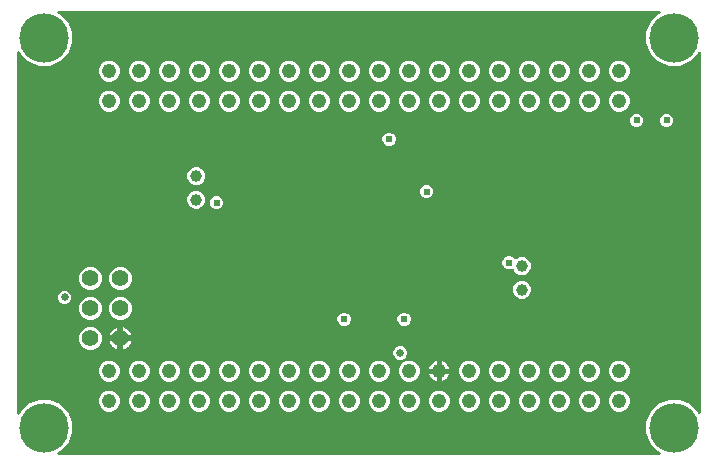
<source format=gbr>
G04 EAGLE Gerber RS-274X export*
G75*
%MOMM*%
%FSLAX34Y34*%
%LPD*%
%INCopper Layer 15*%
%IPPOS*%
%AMOC8*
5,1,8,0,0,1.08239X$1,22.5*%
G01*
%ADD10C,1.004800*%
%ADD11C,0.990600*%
%ADD12C,4.191000*%
%ADD13C,1.244600*%
%ADD14C,1.400000*%
%ADD15C,0.609600*%
%ADD16C,0.654800*%

G36*
X-164922Y27949D02*
X-164922Y27949D01*
X-164852Y27948D01*
X-164765Y27969D01*
X-164675Y27981D01*
X-164611Y28006D01*
X-164543Y28023D01*
X-164463Y28065D01*
X-164380Y28098D01*
X-164323Y28139D01*
X-164262Y28171D01*
X-164195Y28232D01*
X-164122Y28284D01*
X-164078Y28338D01*
X-164026Y28385D01*
X-163977Y28460D01*
X-163920Y28529D01*
X-163890Y28593D01*
X-163852Y28651D01*
X-163822Y28736D01*
X-163784Y28817D01*
X-163771Y28886D01*
X-163748Y28952D01*
X-163741Y29041D01*
X-163724Y29129D01*
X-163729Y29199D01*
X-163723Y29269D01*
X-163739Y29357D01*
X-163744Y29447D01*
X-163766Y29513D01*
X-163778Y29582D01*
X-163814Y29664D01*
X-163842Y29749D01*
X-163879Y29808D01*
X-163908Y29872D01*
X-163964Y29942D01*
X-164012Y30018D01*
X-164063Y30066D01*
X-164107Y30120D01*
X-164178Y30175D01*
X-164244Y30236D01*
X-164305Y30270D01*
X-164361Y30312D01*
X-164505Y30383D01*
X-165709Y30881D01*
X-172319Y37491D01*
X-175896Y46126D01*
X-175896Y55474D01*
X-172319Y64109D01*
X-165709Y70719D01*
X-157074Y74296D01*
X-147726Y74296D01*
X-139091Y70719D01*
X-132481Y64109D01*
X-132183Y63388D01*
X-132148Y63327D01*
X-132122Y63263D01*
X-132070Y63190D01*
X-132025Y63112D01*
X-131977Y63062D01*
X-131936Y63005D01*
X-131866Y62948D01*
X-131804Y62883D01*
X-131744Y62847D01*
X-131691Y62802D01*
X-131609Y62764D01*
X-131533Y62717D01*
X-131466Y62697D01*
X-131403Y62667D01*
X-131315Y62650D01*
X-131229Y62624D01*
X-131159Y62620D01*
X-131090Y62607D01*
X-131001Y62613D01*
X-130911Y62608D01*
X-130843Y62623D01*
X-130773Y62627D01*
X-130688Y62655D01*
X-130600Y62673D01*
X-130537Y62703D01*
X-130471Y62725D01*
X-130395Y62773D01*
X-130314Y62812D01*
X-130261Y62858D01*
X-130202Y62895D01*
X-130140Y62961D01*
X-130072Y63019D01*
X-130032Y63076D01*
X-129984Y63127D01*
X-129941Y63205D01*
X-129889Y63279D01*
X-129864Y63344D01*
X-129830Y63405D01*
X-129808Y63492D01*
X-129776Y63576D01*
X-129768Y63646D01*
X-129751Y63713D01*
X-129741Y63874D01*
X-129741Y367926D01*
X-129749Y367995D01*
X-129748Y368065D01*
X-129769Y368153D01*
X-129781Y368242D01*
X-129806Y368307D01*
X-129823Y368374D01*
X-129865Y368454D01*
X-129898Y368537D01*
X-129939Y368594D01*
X-129971Y368656D01*
X-130032Y368722D01*
X-130084Y368795D01*
X-130138Y368839D01*
X-130185Y368891D01*
X-130260Y368940D01*
X-130329Y368998D01*
X-130393Y369027D01*
X-130451Y369066D01*
X-130536Y369095D01*
X-130617Y369133D01*
X-130686Y369146D01*
X-130752Y369169D01*
X-130841Y369176D01*
X-130929Y369193D01*
X-130999Y369188D01*
X-131069Y369194D01*
X-131157Y369179D01*
X-131247Y369173D01*
X-131313Y369152D01*
X-131382Y369140D01*
X-131464Y369103D01*
X-131549Y369075D01*
X-131608Y369038D01*
X-131672Y369009D01*
X-131742Y368953D01*
X-131818Y368905D01*
X-131866Y368854D01*
X-131920Y368810D01*
X-131974Y368739D01*
X-132036Y368673D01*
X-132070Y368612D01*
X-132112Y368556D01*
X-132183Y368412D01*
X-132481Y367691D01*
X-139091Y361081D01*
X-147726Y357504D01*
X-157074Y357504D01*
X-165709Y361081D01*
X-172319Y367691D01*
X-175896Y376326D01*
X-175896Y385674D01*
X-172319Y394309D01*
X-165709Y400919D01*
X-164505Y401417D01*
X-164445Y401452D01*
X-164380Y401478D01*
X-164307Y401530D01*
X-164229Y401575D01*
X-164179Y401623D01*
X-164122Y401664D01*
X-164065Y401734D01*
X-164001Y401796D01*
X-163964Y401856D01*
X-163920Y401909D01*
X-163881Y401991D01*
X-163834Y402067D01*
X-163814Y402134D01*
X-163784Y402197D01*
X-163767Y402285D01*
X-163741Y402371D01*
X-163737Y402441D01*
X-163724Y402510D01*
X-163730Y402599D01*
X-163726Y402689D01*
X-163740Y402757D01*
X-163744Y402827D01*
X-163772Y402912D01*
X-163790Y403000D01*
X-163821Y403063D01*
X-163842Y403129D01*
X-163890Y403205D01*
X-163930Y403286D01*
X-163975Y403339D01*
X-164012Y403398D01*
X-164078Y403460D01*
X-164136Y403528D01*
X-164193Y403568D01*
X-164244Y403616D01*
X-164323Y403659D01*
X-164396Y403711D01*
X-164461Y403736D01*
X-164522Y403770D01*
X-164609Y403792D01*
X-164693Y403824D01*
X-164763Y403832D01*
X-164830Y403849D01*
X-164991Y403859D01*
X-673209Y403859D01*
X-673278Y403851D01*
X-673348Y403852D01*
X-673435Y403831D01*
X-673525Y403819D01*
X-673589Y403794D01*
X-673657Y403777D01*
X-673737Y403735D01*
X-673820Y403702D01*
X-673877Y403661D01*
X-673938Y403629D01*
X-674005Y403568D01*
X-674078Y403516D01*
X-674122Y403462D01*
X-674174Y403415D01*
X-674223Y403340D01*
X-674280Y403271D01*
X-674310Y403207D01*
X-674348Y403149D01*
X-674378Y403064D01*
X-674416Y402983D01*
X-674429Y402914D01*
X-674452Y402848D01*
X-674459Y402759D01*
X-674476Y402671D01*
X-674471Y402601D01*
X-674477Y402531D01*
X-674461Y402443D01*
X-674456Y402353D01*
X-674434Y402287D01*
X-674422Y402218D01*
X-674386Y402136D01*
X-674358Y402051D01*
X-674321Y401992D01*
X-674292Y401928D01*
X-674236Y401858D01*
X-674188Y401782D01*
X-674137Y401734D01*
X-674093Y401680D01*
X-674022Y401625D01*
X-673956Y401564D01*
X-673895Y401530D01*
X-673839Y401488D01*
X-673695Y401417D01*
X-672491Y400919D01*
X-665881Y394309D01*
X-662304Y385674D01*
X-662304Y376326D01*
X-665881Y367691D01*
X-672491Y361081D01*
X-681126Y357504D01*
X-690474Y357504D01*
X-699109Y361081D01*
X-705719Y367691D01*
X-706217Y368895D01*
X-706252Y368955D01*
X-706278Y369020D01*
X-706330Y369093D01*
X-706375Y369171D01*
X-706423Y369221D01*
X-706464Y369278D01*
X-706534Y369335D01*
X-706596Y369399D01*
X-706656Y369436D01*
X-706709Y369480D01*
X-706791Y369519D01*
X-706867Y369566D01*
X-706934Y369586D01*
X-706997Y369616D01*
X-707085Y369633D01*
X-707171Y369659D01*
X-707241Y369663D01*
X-707310Y369676D01*
X-707399Y369670D01*
X-707489Y369674D01*
X-707557Y369660D01*
X-707627Y369656D01*
X-707712Y369628D01*
X-707800Y369610D01*
X-707863Y369579D01*
X-707929Y369558D01*
X-708005Y369510D01*
X-708086Y369470D01*
X-708139Y369425D01*
X-708198Y369388D01*
X-708260Y369322D01*
X-708328Y369264D01*
X-708368Y369207D01*
X-708416Y369156D01*
X-708459Y369077D01*
X-708511Y369004D01*
X-708536Y368939D01*
X-708570Y368878D01*
X-708592Y368791D01*
X-708624Y368707D01*
X-708632Y368637D01*
X-708649Y368570D01*
X-708659Y368409D01*
X-708659Y63391D01*
X-708651Y63322D01*
X-708652Y63252D01*
X-708631Y63165D01*
X-708619Y63076D01*
X-708594Y63011D01*
X-708577Y62943D01*
X-708535Y62863D01*
X-708502Y62780D01*
X-708461Y62723D01*
X-708429Y62662D01*
X-708368Y62595D01*
X-708316Y62522D01*
X-708262Y62478D01*
X-708215Y62426D01*
X-708140Y62377D01*
X-708071Y62320D01*
X-708007Y62290D01*
X-707949Y62252D01*
X-707864Y62222D01*
X-707783Y62184D01*
X-707714Y62171D01*
X-707648Y62148D01*
X-707559Y62141D01*
X-707471Y62124D01*
X-707401Y62129D01*
X-707331Y62123D01*
X-707243Y62139D01*
X-707153Y62144D01*
X-707087Y62166D01*
X-707018Y62178D01*
X-706936Y62214D01*
X-706851Y62242D01*
X-706792Y62279D01*
X-706728Y62308D01*
X-706658Y62364D01*
X-706582Y62412D01*
X-706534Y62463D01*
X-706480Y62507D01*
X-706425Y62579D01*
X-706364Y62644D01*
X-706330Y62705D01*
X-706288Y62761D01*
X-706217Y62905D01*
X-705719Y64109D01*
X-699109Y70719D01*
X-690474Y74296D01*
X-681126Y74296D01*
X-672491Y70719D01*
X-665881Y64109D01*
X-662304Y55474D01*
X-662304Y46126D01*
X-665881Y37491D01*
X-672491Y30881D01*
X-673695Y30383D01*
X-673755Y30348D01*
X-673820Y30322D01*
X-673893Y30270D01*
X-673971Y30225D01*
X-674021Y30177D01*
X-674078Y30136D01*
X-674135Y30066D01*
X-674199Y30004D01*
X-674236Y29944D01*
X-674280Y29891D01*
X-674319Y29809D01*
X-674366Y29733D01*
X-674386Y29666D01*
X-674416Y29603D01*
X-674433Y29515D01*
X-674459Y29429D01*
X-674463Y29359D01*
X-674476Y29290D01*
X-674470Y29201D01*
X-674474Y29111D01*
X-674460Y29043D01*
X-674456Y28973D01*
X-674428Y28888D01*
X-674410Y28800D01*
X-674379Y28737D01*
X-674358Y28671D01*
X-674310Y28595D01*
X-674270Y28514D01*
X-674225Y28461D01*
X-674188Y28402D01*
X-674122Y28340D01*
X-674064Y28272D01*
X-674007Y28232D01*
X-673956Y28184D01*
X-673877Y28141D01*
X-673804Y28089D01*
X-673739Y28064D01*
X-673678Y28030D01*
X-673591Y28008D01*
X-673507Y27976D01*
X-673437Y27968D01*
X-673370Y27951D01*
X-673209Y27941D01*
X-164991Y27941D01*
X-164922Y27949D01*
G37*
%LPC*%
G36*
X-623055Y142478D02*
X-623055Y142478D01*
X-626561Y143931D01*
X-629245Y146615D01*
X-630698Y150121D01*
X-630698Y153917D01*
X-629245Y157423D01*
X-626561Y160107D01*
X-623055Y161560D01*
X-619259Y161560D01*
X-615753Y160107D01*
X-613069Y157423D01*
X-611616Y153917D01*
X-611616Y150121D01*
X-613069Y146615D01*
X-615753Y143931D01*
X-619259Y142478D01*
X-623055Y142478D01*
G37*
%LPD*%
%LPC*%
G36*
X-648455Y142478D02*
X-648455Y142478D01*
X-651961Y143931D01*
X-654645Y146615D01*
X-656098Y150121D01*
X-656098Y153917D01*
X-654645Y157423D01*
X-651961Y160107D01*
X-648455Y161560D01*
X-644659Y161560D01*
X-641153Y160107D01*
X-638469Y157423D01*
X-637016Y153917D01*
X-637016Y150121D01*
X-638469Y146615D01*
X-641153Y143931D01*
X-644659Y142478D01*
X-648455Y142478D01*
G37*
%LPD*%
%LPC*%
G36*
X-623055Y167878D02*
X-623055Y167878D01*
X-626561Y169331D01*
X-629245Y172015D01*
X-630698Y175521D01*
X-630698Y179317D01*
X-629245Y182823D01*
X-626561Y185507D01*
X-623055Y186960D01*
X-619259Y186960D01*
X-615753Y185507D01*
X-613069Y182823D01*
X-611616Y179317D01*
X-611616Y175521D01*
X-613069Y172015D01*
X-615753Y169331D01*
X-619259Y167878D01*
X-623055Y167878D01*
G37*
%LPD*%
%LPC*%
G36*
X-648455Y167878D02*
X-648455Y167878D01*
X-651961Y169331D01*
X-654645Y172015D01*
X-656098Y175521D01*
X-656098Y179317D01*
X-654645Y182823D01*
X-651961Y185507D01*
X-648455Y186960D01*
X-644659Y186960D01*
X-641153Y185507D01*
X-638469Y182823D01*
X-637016Y179317D01*
X-637016Y175521D01*
X-638469Y172015D01*
X-641153Y169331D01*
X-644659Y167878D01*
X-648455Y167878D01*
G37*
%LPD*%
%LPC*%
G36*
X-648455Y117078D02*
X-648455Y117078D01*
X-651961Y118531D01*
X-654645Y121215D01*
X-656098Y124721D01*
X-656098Y128517D01*
X-654645Y132023D01*
X-651961Y134707D01*
X-648455Y136160D01*
X-644659Y136160D01*
X-641153Y134707D01*
X-638469Y132023D01*
X-637016Y128517D01*
X-637016Y124721D01*
X-638469Y121215D01*
X-641153Y118531D01*
X-644659Y117078D01*
X-648455Y117078D01*
G37*
%LPD*%
%LPC*%
G36*
X-282805Y180235D02*
X-282805Y180235D01*
X-285585Y181387D01*
X-287713Y183515D01*
X-288201Y184692D01*
X-288260Y184796D01*
X-288312Y184902D01*
X-288338Y184933D01*
X-288358Y184968D01*
X-288441Y185054D01*
X-288518Y185144D01*
X-288551Y185168D01*
X-288579Y185197D01*
X-288681Y185259D01*
X-288778Y185328D01*
X-288816Y185342D01*
X-288851Y185363D01*
X-288964Y185398D01*
X-289076Y185440D01*
X-289116Y185445D01*
X-289155Y185457D01*
X-289273Y185462D01*
X-289392Y185476D01*
X-289432Y185470D01*
X-289472Y185472D01*
X-289589Y185448D01*
X-289707Y185431D01*
X-289764Y185412D01*
X-289784Y185408D01*
X-289802Y185399D01*
X-289859Y185379D01*
X-290988Y184911D01*
X-293212Y184911D01*
X-295266Y185762D01*
X-296838Y187334D01*
X-297689Y189388D01*
X-297689Y191612D01*
X-296838Y193666D01*
X-295266Y195238D01*
X-293212Y196089D01*
X-290988Y196089D01*
X-288934Y195238D01*
X-287645Y193948D01*
X-287551Y193875D01*
X-287461Y193797D01*
X-287425Y193778D01*
X-287393Y193753D01*
X-287284Y193706D01*
X-287178Y193652D01*
X-287139Y193643D01*
X-287102Y193627D01*
X-286984Y193608D01*
X-286868Y193582D01*
X-286828Y193584D01*
X-286788Y193577D01*
X-286669Y193588D01*
X-286550Y193592D01*
X-286511Y193603D01*
X-286471Y193607D01*
X-286359Y193647D01*
X-286244Y193680D01*
X-286210Y193701D01*
X-286172Y193715D01*
X-286073Y193781D01*
X-285971Y193842D01*
X-285925Y193882D01*
X-285908Y193893D01*
X-285895Y193909D01*
X-285850Y193948D01*
X-285585Y194213D01*
X-282805Y195365D01*
X-279795Y195365D01*
X-277015Y194213D01*
X-274887Y192085D01*
X-273735Y189305D01*
X-273735Y186295D01*
X-274887Y183515D01*
X-277015Y181387D01*
X-279795Y180235D01*
X-282805Y180235D01*
G37*
%LPD*%
%LPC*%
G36*
X-403743Y344036D02*
X-403743Y344036D01*
X-406964Y345370D01*
X-409430Y347836D01*
X-410764Y351057D01*
X-410764Y354543D01*
X-409430Y357764D01*
X-406964Y360230D01*
X-403743Y361564D01*
X-400257Y361564D01*
X-397036Y360230D01*
X-394570Y357764D01*
X-393236Y354543D01*
X-393236Y351057D01*
X-394570Y347836D01*
X-397036Y345370D01*
X-400257Y344036D01*
X-403743Y344036D01*
G37*
%LPD*%
%LPC*%
G36*
X-429143Y344036D02*
X-429143Y344036D01*
X-432364Y345370D01*
X-434830Y347836D01*
X-436164Y351057D01*
X-436164Y354543D01*
X-434830Y357764D01*
X-432364Y360230D01*
X-429143Y361564D01*
X-425657Y361564D01*
X-422436Y360230D01*
X-419970Y357764D01*
X-418636Y354543D01*
X-418636Y351057D01*
X-419970Y347836D01*
X-422436Y345370D01*
X-425657Y344036D01*
X-429143Y344036D01*
G37*
%LPD*%
%LPC*%
G36*
X-581543Y344036D02*
X-581543Y344036D01*
X-584764Y345370D01*
X-587230Y347836D01*
X-588564Y351057D01*
X-588564Y354543D01*
X-587230Y357764D01*
X-584764Y360230D01*
X-581543Y361564D01*
X-578057Y361564D01*
X-574836Y360230D01*
X-572370Y357764D01*
X-571036Y354543D01*
X-571036Y351057D01*
X-572370Y347836D01*
X-574836Y345370D01*
X-578057Y344036D01*
X-581543Y344036D01*
G37*
%LPD*%
%LPC*%
G36*
X-454543Y344036D02*
X-454543Y344036D01*
X-457764Y345370D01*
X-460230Y347836D01*
X-461564Y351057D01*
X-461564Y354543D01*
X-460230Y357764D01*
X-457764Y360230D01*
X-454543Y361564D01*
X-451057Y361564D01*
X-447836Y360230D01*
X-445370Y357764D01*
X-444036Y354543D01*
X-444036Y351057D01*
X-445370Y347836D01*
X-447836Y345370D01*
X-451057Y344036D01*
X-454543Y344036D01*
G37*
%LPD*%
%LPC*%
G36*
X-479943Y344036D02*
X-479943Y344036D01*
X-483164Y345370D01*
X-485630Y347836D01*
X-486964Y351057D01*
X-486964Y354543D01*
X-485630Y357764D01*
X-483164Y360230D01*
X-479943Y361564D01*
X-476457Y361564D01*
X-473236Y360230D01*
X-470770Y357764D01*
X-469436Y354543D01*
X-469436Y351057D01*
X-470770Y347836D01*
X-473236Y345370D01*
X-476457Y344036D01*
X-479943Y344036D01*
G37*
%LPD*%
%LPC*%
G36*
X-530743Y344036D02*
X-530743Y344036D01*
X-533964Y345370D01*
X-536430Y347836D01*
X-537764Y351057D01*
X-537764Y354543D01*
X-536430Y357764D01*
X-533964Y360230D01*
X-530743Y361564D01*
X-527257Y361564D01*
X-524036Y360230D01*
X-521570Y357764D01*
X-520236Y354543D01*
X-520236Y351057D01*
X-521570Y347836D01*
X-524036Y345370D01*
X-527257Y344036D01*
X-530743Y344036D01*
G37*
%LPD*%
%LPC*%
G36*
X-556143Y344036D02*
X-556143Y344036D01*
X-559364Y345370D01*
X-561830Y347836D01*
X-563164Y351057D01*
X-563164Y354543D01*
X-561830Y357764D01*
X-559364Y360230D01*
X-556143Y361564D01*
X-552657Y361564D01*
X-549436Y360230D01*
X-546970Y357764D01*
X-545636Y354543D01*
X-545636Y351057D01*
X-546970Y347836D01*
X-549436Y345370D01*
X-552657Y344036D01*
X-556143Y344036D01*
G37*
%LPD*%
%LPC*%
G36*
X-276743Y344036D02*
X-276743Y344036D01*
X-279964Y345370D01*
X-282430Y347836D01*
X-283764Y351057D01*
X-283764Y354543D01*
X-282430Y357764D01*
X-279964Y360230D01*
X-276743Y361564D01*
X-273257Y361564D01*
X-270036Y360230D01*
X-267570Y357764D01*
X-266236Y354543D01*
X-266236Y351057D01*
X-267570Y347836D01*
X-270036Y345370D01*
X-273257Y344036D01*
X-276743Y344036D01*
G37*
%LPD*%
%LPC*%
G36*
X-505343Y344036D02*
X-505343Y344036D01*
X-508564Y345370D01*
X-511030Y347836D01*
X-512364Y351057D01*
X-512364Y354543D01*
X-511030Y357764D01*
X-508564Y360230D01*
X-505343Y361564D01*
X-501857Y361564D01*
X-498636Y360230D01*
X-496170Y357764D01*
X-494836Y354543D01*
X-494836Y351057D01*
X-496170Y347836D01*
X-498636Y345370D01*
X-501857Y344036D01*
X-505343Y344036D01*
G37*
%LPD*%
%LPC*%
G36*
X-606943Y344036D02*
X-606943Y344036D01*
X-610164Y345370D01*
X-612630Y347836D01*
X-613964Y351057D01*
X-613964Y354543D01*
X-612630Y357764D01*
X-610164Y360230D01*
X-606943Y361564D01*
X-603457Y361564D01*
X-600236Y360230D01*
X-597770Y357764D01*
X-596436Y354543D01*
X-596436Y351057D01*
X-597770Y347836D01*
X-600236Y345370D01*
X-603457Y344036D01*
X-606943Y344036D01*
G37*
%LPD*%
%LPC*%
G36*
X-200543Y344036D02*
X-200543Y344036D01*
X-203764Y345370D01*
X-206230Y347836D01*
X-207564Y351057D01*
X-207564Y354543D01*
X-206230Y357764D01*
X-203764Y360230D01*
X-200543Y361564D01*
X-197057Y361564D01*
X-193836Y360230D01*
X-191370Y357764D01*
X-190036Y354543D01*
X-190036Y351057D01*
X-191370Y347836D01*
X-193836Y345370D01*
X-197057Y344036D01*
X-200543Y344036D01*
G37*
%LPD*%
%LPC*%
G36*
X-225943Y344036D02*
X-225943Y344036D01*
X-229164Y345370D01*
X-231630Y347836D01*
X-232964Y351057D01*
X-232964Y354543D01*
X-231630Y357764D01*
X-229164Y360230D01*
X-225943Y361564D01*
X-222457Y361564D01*
X-219236Y360230D01*
X-216770Y357764D01*
X-215436Y354543D01*
X-215436Y351057D01*
X-216770Y347836D01*
X-219236Y345370D01*
X-222457Y344036D01*
X-225943Y344036D01*
G37*
%LPD*%
%LPC*%
G36*
X-251343Y344036D02*
X-251343Y344036D01*
X-254564Y345370D01*
X-257030Y347836D01*
X-258364Y351057D01*
X-258364Y354543D01*
X-257030Y357764D01*
X-254564Y360230D01*
X-251343Y361564D01*
X-247857Y361564D01*
X-244636Y360230D01*
X-242170Y357764D01*
X-240836Y354543D01*
X-240836Y351057D01*
X-242170Y347836D01*
X-244636Y345370D01*
X-247857Y344036D01*
X-251343Y344036D01*
G37*
%LPD*%
%LPC*%
G36*
X-632343Y344036D02*
X-632343Y344036D01*
X-635564Y345370D01*
X-638030Y347836D01*
X-639364Y351057D01*
X-639364Y354543D01*
X-638030Y357764D01*
X-635564Y360230D01*
X-632343Y361564D01*
X-628857Y361564D01*
X-625636Y360230D01*
X-623170Y357764D01*
X-621836Y354543D01*
X-621836Y351057D01*
X-623170Y347836D01*
X-625636Y345370D01*
X-628857Y344036D01*
X-632343Y344036D01*
G37*
%LPD*%
%LPC*%
G36*
X-302143Y344036D02*
X-302143Y344036D01*
X-305364Y345370D01*
X-307830Y347836D01*
X-309164Y351057D01*
X-309164Y354543D01*
X-307830Y357764D01*
X-305364Y360230D01*
X-302143Y361564D01*
X-298657Y361564D01*
X-295436Y360230D01*
X-292970Y357764D01*
X-291636Y354543D01*
X-291636Y351057D01*
X-292970Y347836D01*
X-295436Y345370D01*
X-298657Y344036D01*
X-302143Y344036D01*
G37*
%LPD*%
%LPC*%
G36*
X-327543Y344036D02*
X-327543Y344036D01*
X-330764Y345370D01*
X-333230Y347836D01*
X-334564Y351057D01*
X-334564Y354543D01*
X-333230Y357764D01*
X-330764Y360230D01*
X-327543Y361564D01*
X-324057Y361564D01*
X-320836Y360230D01*
X-318370Y357764D01*
X-317036Y354543D01*
X-317036Y351057D01*
X-318370Y347836D01*
X-320836Y345370D01*
X-324057Y344036D01*
X-327543Y344036D01*
G37*
%LPD*%
%LPC*%
G36*
X-352943Y344036D02*
X-352943Y344036D01*
X-356164Y345370D01*
X-358630Y347836D01*
X-359964Y351057D01*
X-359964Y354543D01*
X-358630Y357764D01*
X-356164Y360230D01*
X-352943Y361564D01*
X-349457Y361564D01*
X-346236Y360230D01*
X-343770Y357764D01*
X-342436Y354543D01*
X-342436Y351057D01*
X-343770Y347836D01*
X-346236Y345370D01*
X-349457Y344036D01*
X-352943Y344036D01*
G37*
%LPD*%
%LPC*%
G36*
X-378343Y344036D02*
X-378343Y344036D01*
X-381564Y345370D01*
X-384030Y347836D01*
X-385364Y351057D01*
X-385364Y354543D01*
X-384030Y357764D01*
X-381564Y360230D01*
X-378343Y361564D01*
X-374857Y361564D01*
X-371636Y360230D01*
X-369170Y357764D01*
X-367836Y354543D01*
X-367836Y351057D01*
X-369170Y347836D01*
X-371636Y345370D01*
X-374857Y344036D01*
X-378343Y344036D01*
G37*
%LPD*%
%LPC*%
G36*
X-200543Y318636D02*
X-200543Y318636D01*
X-203764Y319970D01*
X-206230Y322436D01*
X-207564Y325657D01*
X-207564Y329143D01*
X-206230Y332364D01*
X-203764Y334830D01*
X-200543Y336164D01*
X-197057Y336164D01*
X-193836Y334830D01*
X-191370Y332364D01*
X-190036Y329143D01*
X-190036Y325657D01*
X-191370Y322436D01*
X-193836Y319970D01*
X-197057Y318636D01*
X-200543Y318636D01*
G37*
%LPD*%
%LPC*%
G36*
X-225943Y318636D02*
X-225943Y318636D01*
X-229164Y319970D01*
X-231630Y322436D01*
X-232964Y325657D01*
X-232964Y329143D01*
X-231630Y332364D01*
X-229164Y334830D01*
X-225943Y336164D01*
X-222457Y336164D01*
X-219236Y334830D01*
X-216770Y332364D01*
X-215436Y329143D01*
X-215436Y325657D01*
X-216770Y322436D01*
X-219236Y319970D01*
X-222457Y318636D01*
X-225943Y318636D01*
G37*
%LPD*%
%LPC*%
G36*
X-251343Y318636D02*
X-251343Y318636D01*
X-254564Y319970D01*
X-257030Y322436D01*
X-258364Y325657D01*
X-258364Y329143D01*
X-257030Y332364D01*
X-254564Y334830D01*
X-251343Y336164D01*
X-247857Y336164D01*
X-244636Y334830D01*
X-242170Y332364D01*
X-240836Y329143D01*
X-240836Y325657D01*
X-242170Y322436D01*
X-244636Y319970D01*
X-247857Y318636D01*
X-251343Y318636D01*
G37*
%LPD*%
%LPC*%
G36*
X-276743Y318636D02*
X-276743Y318636D01*
X-279964Y319970D01*
X-282430Y322436D01*
X-283764Y325657D01*
X-283764Y329143D01*
X-282430Y332364D01*
X-279964Y334830D01*
X-276743Y336164D01*
X-273257Y336164D01*
X-270036Y334830D01*
X-267570Y332364D01*
X-266236Y329143D01*
X-266236Y325657D01*
X-267570Y322436D01*
X-270036Y319970D01*
X-273257Y318636D01*
X-276743Y318636D01*
G37*
%LPD*%
%LPC*%
G36*
X-302143Y318636D02*
X-302143Y318636D01*
X-305364Y319970D01*
X-307830Y322436D01*
X-309164Y325657D01*
X-309164Y329143D01*
X-307830Y332364D01*
X-305364Y334830D01*
X-302143Y336164D01*
X-298657Y336164D01*
X-295436Y334830D01*
X-292970Y332364D01*
X-291636Y329143D01*
X-291636Y325657D01*
X-292970Y322436D01*
X-295436Y319970D01*
X-298657Y318636D01*
X-302143Y318636D01*
G37*
%LPD*%
%LPC*%
G36*
X-327543Y318636D02*
X-327543Y318636D01*
X-330764Y319970D01*
X-333230Y322436D01*
X-334564Y325657D01*
X-334564Y329143D01*
X-333230Y332364D01*
X-330764Y334830D01*
X-327543Y336164D01*
X-324057Y336164D01*
X-320836Y334830D01*
X-318370Y332364D01*
X-317036Y329143D01*
X-317036Y325657D01*
X-318370Y322436D01*
X-320836Y319970D01*
X-324057Y318636D01*
X-327543Y318636D01*
G37*
%LPD*%
%LPC*%
G36*
X-352943Y318636D02*
X-352943Y318636D01*
X-356164Y319970D01*
X-358630Y322436D01*
X-359964Y325657D01*
X-359964Y329143D01*
X-358630Y332364D01*
X-356164Y334830D01*
X-352943Y336164D01*
X-349457Y336164D01*
X-346236Y334830D01*
X-343770Y332364D01*
X-342436Y329143D01*
X-342436Y325657D01*
X-343770Y322436D01*
X-346236Y319970D01*
X-349457Y318636D01*
X-352943Y318636D01*
G37*
%LPD*%
%LPC*%
G36*
X-378343Y318636D02*
X-378343Y318636D01*
X-381564Y319970D01*
X-384030Y322436D01*
X-385364Y325657D01*
X-385364Y329143D01*
X-384030Y332364D01*
X-381564Y334830D01*
X-378343Y336164D01*
X-374857Y336164D01*
X-371636Y334830D01*
X-369170Y332364D01*
X-367836Y329143D01*
X-367836Y325657D01*
X-369170Y322436D01*
X-371636Y319970D01*
X-374857Y318636D01*
X-378343Y318636D01*
G37*
%LPD*%
%LPC*%
G36*
X-403743Y318636D02*
X-403743Y318636D01*
X-406964Y319970D01*
X-409430Y322436D01*
X-410764Y325657D01*
X-410764Y329143D01*
X-409430Y332364D01*
X-406964Y334830D01*
X-403743Y336164D01*
X-400257Y336164D01*
X-397036Y334830D01*
X-394570Y332364D01*
X-393236Y329143D01*
X-393236Y325657D01*
X-394570Y322436D01*
X-397036Y319970D01*
X-400257Y318636D01*
X-403743Y318636D01*
G37*
%LPD*%
%LPC*%
G36*
X-429143Y318636D02*
X-429143Y318636D01*
X-432364Y319970D01*
X-434830Y322436D01*
X-436164Y325657D01*
X-436164Y329143D01*
X-434830Y332364D01*
X-432364Y334830D01*
X-429143Y336164D01*
X-425657Y336164D01*
X-422436Y334830D01*
X-419970Y332364D01*
X-418636Y329143D01*
X-418636Y325657D01*
X-419970Y322436D01*
X-422436Y319970D01*
X-425657Y318636D01*
X-429143Y318636D01*
G37*
%LPD*%
%LPC*%
G36*
X-454543Y318636D02*
X-454543Y318636D01*
X-457764Y319970D01*
X-460230Y322436D01*
X-461564Y325657D01*
X-461564Y329143D01*
X-460230Y332364D01*
X-457764Y334830D01*
X-454543Y336164D01*
X-451057Y336164D01*
X-447836Y334830D01*
X-445370Y332364D01*
X-444036Y329143D01*
X-444036Y325657D01*
X-445370Y322436D01*
X-447836Y319970D01*
X-451057Y318636D01*
X-454543Y318636D01*
G37*
%LPD*%
%LPC*%
G36*
X-479943Y318636D02*
X-479943Y318636D01*
X-483164Y319970D01*
X-485630Y322436D01*
X-486964Y325657D01*
X-486964Y329143D01*
X-485630Y332364D01*
X-483164Y334830D01*
X-479943Y336164D01*
X-476457Y336164D01*
X-473236Y334830D01*
X-470770Y332364D01*
X-469436Y329143D01*
X-469436Y325657D01*
X-470770Y322436D01*
X-473236Y319970D01*
X-476457Y318636D01*
X-479943Y318636D01*
G37*
%LPD*%
%LPC*%
G36*
X-505343Y318636D02*
X-505343Y318636D01*
X-508564Y319970D01*
X-511030Y322436D01*
X-512364Y325657D01*
X-512364Y329143D01*
X-511030Y332364D01*
X-508564Y334830D01*
X-505343Y336164D01*
X-501857Y336164D01*
X-498636Y334830D01*
X-496170Y332364D01*
X-494836Y329143D01*
X-494836Y325657D01*
X-496170Y322436D01*
X-498636Y319970D01*
X-501857Y318636D01*
X-505343Y318636D01*
G37*
%LPD*%
%LPC*%
G36*
X-530743Y318636D02*
X-530743Y318636D01*
X-533964Y319970D01*
X-536430Y322436D01*
X-537764Y325657D01*
X-537764Y329143D01*
X-536430Y332364D01*
X-533964Y334830D01*
X-530743Y336164D01*
X-527257Y336164D01*
X-524036Y334830D01*
X-521570Y332364D01*
X-520236Y329143D01*
X-520236Y325657D01*
X-521570Y322436D01*
X-524036Y319970D01*
X-527257Y318636D01*
X-530743Y318636D01*
G37*
%LPD*%
%LPC*%
G36*
X-556143Y318636D02*
X-556143Y318636D01*
X-559364Y319970D01*
X-561830Y322436D01*
X-563164Y325657D01*
X-563164Y329143D01*
X-561830Y332364D01*
X-559364Y334830D01*
X-556143Y336164D01*
X-552657Y336164D01*
X-549436Y334830D01*
X-546970Y332364D01*
X-545636Y329143D01*
X-545636Y325657D01*
X-546970Y322436D01*
X-549436Y319970D01*
X-552657Y318636D01*
X-556143Y318636D01*
G37*
%LPD*%
%LPC*%
G36*
X-581543Y318636D02*
X-581543Y318636D01*
X-584764Y319970D01*
X-587230Y322436D01*
X-588564Y325657D01*
X-588564Y329143D01*
X-587230Y332364D01*
X-584764Y334830D01*
X-581543Y336164D01*
X-578057Y336164D01*
X-574836Y334830D01*
X-572370Y332364D01*
X-571036Y329143D01*
X-571036Y325657D01*
X-572370Y322436D01*
X-574836Y319970D01*
X-578057Y318636D01*
X-581543Y318636D01*
G37*
%LPD*%
%LPC*%
G36*
X-606943Y318636D02*
X-606943Y318636D01*
X-610164Y319970D01*
X-612630Y322436D01*
X-613964Y325657D01*
X-613964Y329143D01*
X-612630Y332364D01*
X-610164Y334830D01*
X-606943Y336164D01*
X-603457Y336164D01*
X-600236Y334830D01*
X-597770Y332364D01*
X-596436Y329143D01*
X-596436Y325657D01*
X-597770Y322436D01*
X-600236Y319970D01*
X-603457Y318636D01*
X-606943Y318636D01*
G37*
%LPD*%
%LPC*%
G36*
X-632343Y318636D02*
X-632343Y318636D01*
X-635564Y319970D01*
X-638030Y322436D01*
X-639364Y325657D01*
X-639364Y329143D01*
X-638030Y332364D01*
X-635564Y334830D01*
X-632343Y336164D01*
X-628857Y336164D01*
X-625636Y334830D01*
X-623170Y332364D01*
X-621836Y329143D01*
X-621836Y325657D01*
X-623170Y322436D01*
X-625636Y319970D01*
X-628857Y318636D01*
X-632343Y318636D01*
G37*
%LPD*%
%LPC*%
G36*
X-505343Y64636D02*
X-505343Y64636D01*
X-508564Y65970D01*
X-511030Y68436D01*
X-512364Y71657D01*
X-512364Y75143D01*
X-511030Y78364D01*
X-508564Y80830D01*
X-505343Y82164D01*
X-501857Y82164D01*
X-498636Y80830D01*
X-496170Y78364D01*
X-494836Y75143D01*
X-494836Y71657D01*
X-496170Y68436D01*
X-498636Y65970D01*
X-501857Y64636D01*
X-505343Y64636D01*
G37*
%LPD*%
%LPC*%
G36*
X-530743Y64636D02*
X-530743Y64636D01*
X-533964Y65970D01*
X-536430Y68436D01*
X-537764Y71657D01*
X-537764Y75143D01*
X-536430Y78364D01*
X-533964Y80830D01*
X-530743Y82164D01*
X-527257Y82164D01*
X-524036Y80830D01*
X-521570Y78364D01*
X-520236Y75143D01*
X-520236Y71657D01*
X-521570Y68436D01*
X-524036Y65970D01*
X-527257Y64636D01*
X-530743Y64636D01*
G37*
%LPD*%
%LPC*%
G36*
X-556143Y64636D02*
X-556143Y64636D01*
X-559364Y65970D01*
X-561830Y68436D01*
X-563164Y71657D01*
X-563164Y75143D01*
X-561830Y78364D01*
X-559364Y80830D01*
X-556143Y82164D01*
X-552657Y82164D01*
X-549436Y80830D01*
X-546970Y78364D01*
X-545636Y75143D01*
X-545636Y71657D01*
X-546970Y68436D01*
X-549436Y65970D01*
X-552657Y64636D01*
X-556143Y64636D01*
G37*
%LPD*%
%LPC*%
G36*
X-581543Y64636D02*
X-581543Y64636D01*
X-584764Y65970D01*
X-587230Y68436D01*
X-588564Y71657D01*
X-588564Y75143D01*
X-587230Y78364D01*
X-584764Y80830D01*
X-581543Y82164D01*
X-578057Y82164D01*
X-574836Y80830D01*
X-572370Y78364D01*
X-571036Y75143D01*
X-571036Y71657D01*
X-572370Y68436D01*
X-574836Y65970D01*
X-578057Y64636D01*
X-581543Y64636D01*
G37*
%LPD*%
%LPC*%
G36*
X-606943Y64636D02*
X-606943Y64636D01*
X-610164Y65970D01*
X-612630Y68436D01*
X-613964Y71657D01*
X-613964Y75143D01*
X-612630Y78364D01*
X-610164Y80830D01*
X-606943Y82164D01*
X-603457Y82164D01*
X-600236Y80830D01*
X-597770Y78364D01*
X-596436Y75143D01*
X-596436Y71657D01*
X-597770Y68436D01*
X-600236Y65970D01*
X-603457Y64636D01*
X-606943Y64636D01*
G37*
%LPD*%
%LPC*%
G36*
X-632343Y64636D02*
X-632343Y64636D01*
X-635564Y65970D01*
X-638030Y68436D01*
X-639364Y71657D01*
X-639364Y75143D01*
X-638030Y78364D01*
X-635564Y80830D01*
X-632343Y82164D01*
X-628857Y82164D01*
X-625636Y80830D01*
X-623170Y78364D01*
X-621836Y75143D01*
X-621836Y71657D01*
X-623170Y68436D01*
X-625636Y65970D01*
X-628857Y64636D01*
X-632343Y64636D01*
G37*
%LPD*%
%LPC*%
G36*
X-454543Y90036D02*
X-454543Y90036D01*
X-457764Y91370D01*
X-460230Y93836D01*
X-461564Y97057D01*
X-461564Y100543D01*
X-460230Y103764D01*
X-457764Y106230D01*
X-454543Y107564D01*
X-451057Y107564D01*
X-447836Y106230D01*
X-445370Y103764D01*
X-444036Y100543D01*
X-444036Y97057D01*
X-445370Y93836D01*
X-447836Y91370D01*
X-451057Y90036D01*
X-454543Y90036D01*
G37*
%LPD*%
%LPC*%
G36*
X-403743Y90036D02*
X-403743Y90036D01*
X-406964Y91370D01*
X-409430Y93836D01*
X-410764Y97057D01*
X-410764Y100543D01*
X-409430Y103764D01*
X-406964Y106230D01*
X-403743Y107564D01*
X-400257Y107564D01*
X-397036Y106230D01*
X-394570Y103764D01*
X-393236Y100543D01*
X-393236Y97057D01*
X-394570Y93836D01*
X-397036Y91370D01*
X-400257Y90036D01*
X-403743Y90036D01*
G37*
%LPD*%
%LPC*%
G36*
X-429143Y90036D02*
X-429143Y90036D01*
X-432364Y91370D01*
X-434830Y93836D01*
X-436164Y97057D01*
X-436164Y100543D01*
X-434830Y103764D01*
X-432364Y106230D01*
X-429143Y107564D01*
X-425657Y107564D01*
X-422436Y106230D01*
X-419970Y103764D01*
X-418636Y100543D01*
X-418636Y97057D01*
X-419970Y93836D01*
X-422436Y91370D01*
X-425657Y90036D01*
X-429143Y90036D01*
G37*
%LPD*%
%LPC*%
G36*
X-479943Y90036D02*
X-479943Y90036D01*
X-483164Y91370D01*
X-485630Y93836D01*
X-486964Y97057D01*
X-486964Y100543D01*
X-485630Y103764D01*
X-483164Y106230D01*
X-479943Y107564D01*
X-476457Y107564D01*
X-473236Y106230D01*
X-470770Y103764D01*
X-469436Y100543D01*
X-469436Y97057D01*
X-470770Y93836D01*
X-473236Y91370D01*
X-476457Y90036D01*
X-479943Y90036D01*
G37*
%LPD*%
%LPC*%
G36*
X-505343Y90036D02*
X-505343Y90036D01*
X-508564Y91370D01*
X-511030Y93836D01*
X-512364Y97057D01*
X-512364Y100543D01*
X-511030Y103764D01*
X-508564Y106230D01*
X-505343Y107564D01*
X-501857Y107564D01*
X-498636Y106230D01*
X-496170Y103764D01*
X-494836Y100543D01*
X-494836Y97057D01*
X-496170Y93836D01*
X-498636Y91370D01*
X-501857Y90036D01*
X-505343Y90036D01*
G37*
%LPD*%
%LPC*%
G36*
X-530743Y90036D02*
X-530743Y90036D01*
X-533964Y91370D01*
X-536430Y93836D01*
X-537764Y97057D01*
X-537764Y100543D01*
X-536430Y103764D01*
X-533964Y106230D01*
X-530743Y107564D01*
X-527257Y107564D01*
X-524036Y106230D01*
X-521570Y103764D01*
X-520236Y100543D01*
X-520236Y97057D01*
X-521570Y93836D01*
X-524036Y91370D01*
X-527257Y90036D01*
X-530743Y90036D01*
G37*
%LPD*%
%LPC*%
G36*
X-556143Y90036D02*
X-556143Y90036D01*
X-559364Y91370D01*
X-561830Y93836D01*
X-563164Y97057D01*
X-563164Y100543D01*
X-561830Y103764D01*
X-559364Y106230D01*
X-556143Y107564D01*
X-552657Y107564D01*
X-549436Y106230D01*
X-546970Y103764D01*
X-545636Y100543D01*
X-545636Y97057D01*
X-546970Y93836D01*
X-549436Y91370D01*
X-552657Y90036D01*
X-556143Y90036D01*
G37*
%LPD*%
%LPC*%
G36*
X-581543Y90036D02*
X-581543Y90036D01*
X-584764Y91370D01*
X-587230Y93836D01*
X-588564Y97057D01*
X-588564Y100543D01*
X-587230Y103764D01*
X-584764Y106230D01*
X-581543Y107564D01*
X-578057Y107564D01*
X-574836Y106230D01*
X-572370Y103764D01*
X-571036Y100543D01*
X-571036Y97057D01*
X-572370Y93836D01*
X-574836Y91370D01*
X-578057Y90036D01*
X-581543Y90036D01*
G37*
%LPD*%
%LPC*%
G36*
X-606943Y90036D02*
X-606943Y90036D01*
X-610164Y91370D01*
X-612630Y93836D01*
X-613964Y97057D01*
X-613964Y100543D01*
X-612630Y103764D01*
X-610164Y106230D01*
X-606943Y107564D01*
X-603457Y107564D01*
X-600236Y106230D01*
X-597770Y103764D01*
X-596436Y100543D01*
X-596436Y97057D01*
X-597770Y93836D01*
X-600236Y91370D01*
X-603457Y90036D01*
X-606943Y90036D01*
G37*
%LPD*%
%LPC*%
G36*
X-632343Y90036D02*
X-632343Y90036D01*
X-635564Y91370D01*
X-638030Y93836D01*
X-639364Y97057D01*
X-639364Y100543D01*
X-638030Y103764D01*
X-635564Y106230D01*
X-632343Y107564D01*
X-628857Y107564D01*
X-625636Y106230D01*
X-623170Y103764D01*
X-621836Y100543D01*
X-621836Y97057D01*
X-623170Y93836D01*
X-625636Y91370D01*
X-628857Y90036D01*
X-632343Y90036D01*
G37*
%LPD*%
%LPC*%
G36*
X-200543Y90036D02*
X-200543Y90036D01*
X-203764Y91370D01*
X-206230Y93836D01*
X-207564Y97057D01*
X-207564Y100543D01*
X-206230Y103764D01*
X-203764Y106230D01*
X-200543Y107564D01*
X-197057Y107564D01*
X-193836Y106230D01*
X-191370Y103764D01*
X-190036Y100543D01*
X-190036Y97057D01*
X-191370Y93836D01*
X-193836Y91370D01*
X-197057Y90036D01*
X-200543Y90036D01*
G37*
%LPD*%
%LPC*%
G36*
X-225943Y90036D02*
X-225943Y90036D01*
X-229164Y91370D01*
X-231630Y93836D01*
X-232964Y97057D01*
X-232964Y100543D01*
X-231630Y103764D01*
X-229164Y106230D01*
X-225943Y107564D01*
X-222457Y107564D01*
X-219236Y106230D01*
X-216770Y103764D01*
X-215436Y100543D01*
X-215436Y97057D01*
X-216770Y93836D01*
X-219236Y91370D01*
X-222457Y90036D01*
X-225943Y90036D01*
G37*
%LPD*%
%LPC*%
G36*
X-251343Y90036D02*
X-251343Y90036D01*
X-254564Y91370D01*
X-257030Y93836D01*
X-258364Y97057D01*
X-258364Y100543D01*
X-257030Y103764D01*
X-254564Y106230D01*
X-251343Y107564D01*
X-247857Y107564D01*
X-244636Y106230D01*
X-242170Y103764D01*
X-240836Y100543D01*
X-240836Y97057D01*
X-242170Y93836D01*
X-244636Y91370D01*
X-247857Y90036D01*
X-251343Y90036D01*
G37*
%LPD*%
%LPC*%
G36*
X-276743Y90036D02*
X-276743Y90036D01*
X-279964Y91370D01*
X-282430Y93836D01*
X-283764Y97057D01*
X-283764Y100543D01*
X-282430Y103764D01*
X-279964Y106230D01*
X-276743Y107564D01*
X-273257Y107564D01*
X-270036Y106230D01*
X-267570Y103764D01*
X-266236Y100543D01*
X-266236Y97057D01*
X-267570Y93836D01*
X-270036Y91370D01*
X-273257Y90036D01*
X-276743Y90036D01*
G37*
%LPD*%
%LPC*%
G36*
X-302143Y90036D02*
X-302143Y90036D01*
X-305364Y91370D01*
X-307830Y93836D01*
X-309164Y97057D01*
X-309164Y100543D01*
X-307830Y103764D01*
X-305364Y106230D01*
X-302143Y107564D01*
X-298657Y107564D01*
X-295436Y106230D01*
X-292970Y103764D01*
X-291636Y100543D01*
X-291636Y97057D01*
X-292970Y93836D01*
X-295436Y91370D01*
X-298657Y90036D01*
X-302143Y90036D01*
G37*
%LPD*%
%LPC*%
G36*
X-327543Y90036D02*
X-327543Y90036D01*
X-330764Y91370D01*
X-333230Y93836D01*
X-334564Y97057D01*
X-334564Y100543D01*
X-333230Y103764D01*
X-330764Y106230D01*
X-327543Y107564D01*
X-324057Y107564D01*
X-320836Y106230D01*
X-318370Y103764D01*
X-317036Y100543D01*
X-317036Y97057D01*
X-318370Y93836D01*
X-320836Y91370D01*
X-324057Y90036D01*
X-327543Y90036D01*
G37*
%LPD*%
%LPC*%
G36*
X-378343Y90036D02*
X-378343Y90036D01*
X-381564Y91370D01*
X-384030Y93836D01*
X-385364Y97057D01*
X-385364Y100543D01*
X-384030Y103764D01*
X-381564Y106230D01*
X-378343Y107564D01*
X-374857Y107564D01*
X-371636Y106230D01*
X-369170Y103764D01*
X-367836Y100543D01*
X-367836Y97057D01*
X-369170Y93836D01*
X-371636Y91370D01*
X-374857Y90036D01*
X-378343Y90036D01*
G37*
%LPD*%
%LPC*%
G36*
X-200543Y64636D02*
X-200543Y64636D01*
X-203764Y65970D01*
X-206230Y68436D01*
X-207564Y71657D01*
X-207564Y75143D01*
X-206230Y78364D01*
X-203764Y80830D01*
X-200543Y82164D01*
X-197057Y82164D01*
X-193836Y80830D01*
X-191370Y78364D01*
X-190036Y75143D01*
X-190036Y71657D01*
X-191370Y68436D01*
X-193836Y65970D01*
X-197057Y64636D01*
X-200543Y64636D01*
G37*
%LPD*%
%LPC*%
G36*
X-225943Y64636D02*
X-225943Y64636D01*
X-229164Y65970D01*
X-231630Y68436D01*
X-232964Y71657D01*
X-232964Y75143D01*
X-231630Y78364D01*
X-229164Y80830D01*
X-225943Y82164D01*
X-222457Y82164D01*
X-219236Y80830D01*
X-216770Y78364D01*
X-215436Y75143D01*
X-215436Y71657D01*
X-216770Y68436D01*
X-219236Y65970D01*
X-222457Y64636D01*
X-225943Y64636D01*
G37*
%LPD*%
%LPC*%
G36*
X-251343Y64636D02*
X-251343Y64636D01*
X-254564Y65970D01*
X-257030Y68436D01*
X-258364Y71657D01*
X-258364Y75143D01*
X-257030Y78364D01*
X-254564Y80830D01*
X-251343Y82164D01*
X-247857Y82164D01*
X-244636Y80830D01*
X-242170Y78364D01*
X-240836Y75143D01*
X-240836Y71657D01*
X-242170Y68436D01*
X-244636Y65970D01*
X-247857Y64636D01*
X-251343Y64636D01*
G37*
%LPD*%
%LPC*%
G36*
X-276743Y64636D02*
X-276743Y64636D01*
X-279964Y65970D01*
X-282430Y68436D01*
X-283764Y71657D01*
X-283764Y75143D01*
X-282430Y78364D01*
X-279964Y80830D01*
X-276743Y82164D01*
X-273257Y82164D01*
X-270036Y80830D01*
X-267570Y78364D01*
X-266236Y75143D01*
X-266236Y71657D01*
X-267570Y68436D01*
X-270036Y65970D01*
X-273257Y64636D01*
X-276743Y64636D01*
G37*
%LPD*%
%LPC*%
G36*
X-302143Y64636D02*
X-302143Y64636D01*
X-305364Y65970D01*
X-307830Y68436D01*
X-309164Y71657D01*
X-309164Y75143D01*
X-307830Y78364D01*
X-305364Y80830D01*
X-302143Y82164D01*
X-298657Y82164D01*
X-295436Y80830D01*
X-292970Y78364D01*
X-291636Y75143D01*
X-291636Y71657D01*
X-292970Y68436D01*
X-295436Y65970D01*
X-298657Y64636D01*
X-302143Y64636D01*
G37*
%LPD*%
%LPC*%
G36*
X-327543Y64636D02*
X-327543Y64636D01*
X-330764Y65970D01*
X-333230Y68436D01*
X-334564Y71657D01*
X-334564Y75143D01*
X-333230Y78364D01*
X-330764Y80830D01*
X-327543Y82164D01*
X-324057Y82164D01*
X-320836Y80830D01*
X-318370Y78364D01*
X-317036Y75143D01*
X-317036Y71657D01*
X-318370Y68436D01*
X-320836Y65970D01*
X-324057Y64636D01*
X-327543Y64636D01*
G37*
%LPD*%
%LPC*%
G36*
X-352943Y64636D02*
X-352943Y64636D01*
X-356164Y65970D01*
X-358630Y68436D01*
X-359964Y71657D01*
X-359964Y75143D01*
X-358630Y78364D01*
X-356164Y80830D01*
X-352943Y82164D01*
X-349457Y82164D01*
X-346236Y80830D01*
X-343770Y78364D01*
X-342436Y75143D01*
X-342436Y71657D01*
X-343770Y68436D01*
X-346236Y65970D01*
X-349457Y64636D01*
X-352943Y64636D01*
G37*
%LPD*%
%LPC*%
G36*
X-378343Y64636D02*
X-378343Y64636D01*
X-381564Y65970D01*
X-384030Y68436D01*
X-385364Y71657D01*
X-385364Y75143D01*
X-384030Y78364D01*
X-381564Y80830D01*
X-378343Y82164D01*
X-374857Y82164D01*
X-371636Y80830D01*
X-369170Y78364D01*
X-367836Y75143D01*
X-367836Y71657D01*
X-369170Y68436D01*
X-371636Y65970D01*
X-374857Y64636D01*
X-378343Y64636D01*
G37*
%LPD*%
%LPC*%
G36*
X-403743Y64636D02*
X-403743Y64636D01*
X-406964Y65970D01*
X-409430Y68436D01*
X-410764Y71657D01*
X-410764Y75143D01*
X-409430Y78364D01*
X-406964Y80830D01*
X-403743Y82164D01*
X-400257Y82164D01*
X-397036Y80830D01*
X-394570Y78364D01*
X-393236Y75143D01*
X-393236Y71657D01*
X-394570Y68436D01*
X-397036Y65970D01*
X-400257Y64636D01*
X-403743Y64636D01*
G37*
%LPD*%
%LPC*%
G36*
X-429143Y64636D02*
X-429143Y64636D01*
X-432364Y65970D01*
X-434830Y68436D01*
X-436164Y71657D01*
X-436164Y75143D01*
X-434830Y78364D01*
X-432364Y80830D01*
X-429143Y82164D01*
X-425657Y82164D01*
X-422436Y80830D01*
X-419970Y78364D01*
X-418636Y75143D01*
X-418636Y71657D01*
X-419970Y68436D01*
X-422436Y65970D01*
X-425657Y64636D01*
X-429143Y64636D01*
G37*
%LPD*%
%LPC*%
G36*
X-454543Y64636D02*
X-454543Y64636D01*
X-457764Y65970D01*
X-460230Y68436D01*
X-461564Y71657D01*
X-461564Y75143D01*
X-460230Y78364D01*
X-457764Y80830D01*
X-454543Y82164D01*
X-451057Y82164D01*
X-447836Y80830D01*
X-445370Y78364D01*
X-444036Y75143D01*
X-444036Y71657D01*
X-445370Y68436D01*
X-447836Y65970D01*
X-451057Y64636D01*
X-454543Y64636D01*
G37*
%LPD*%
%LPC*%
G36*
X-479943Y64636D02*
X-479943Y64636D01*
X-483164Y65970D01*
X-485630Y68436D01*
X-486964Y71657D01*
X-486964Y75143D01*
X-485630Y78364D01*
X-483164Y80830D01*
X-479943Y82164D01*
X-476457Y82164D01*
X-473236Y80830D01*
X-470770Y78364D01*
X-469436Y75143D01*
X-469436Y71657D01*
X-470770Y68436D01*
X-473236Y65970D01*
X-476457Y64636D01*
X-479943Y64636D01*
G37*
%LPD*%
%LPC*%
G36*
X-558405Y236435D02*
X-558405Y236435D01*
X-561185Y237587D01*
X-563313Y239715D01*
X-564465Y242495D01*
X-564465Y245505D01*
X-563313Y248285D01*
X-561185Y250413D01*
X-558405Y251565D01*
X-555395Y251565D01*
X-552615Y250413D01*
X-550487Y248285D01*
X-549335Y245505D01*
X-549335Y242495D01*
X-550487Y239715D01*
X-552615Y237587D01*
X-555395Y236435D01*
X-558405Y236435D01*
G37*
%LPD*%
%LPC*%
G36*
X-558391Y256506D02*
X-558391Y256506D01*
X-561145Y257647D01*
X-563253Y259755D01*
X-564394Y262509D01*
X-564394Y265491D01*
X-563253Y268245D01*
X-561145Y270353D01*
X-558391Y271494D01*
X-555409Y271494D01*
X-552655Y270353D01*
X-550547Y268245D01*
X-549406Y265491D01*
X-549406Y262509D01*
X-550547Y259755D01*
X-552655Y257647D01*
X-555409Y256506D01*
X-558391Y256506D01*
G37*
%LPD*%
%LPC*%
G36*
X-282791Y160306D02*
X-282791Y160306D01*
X-285545Y161447D01*
X-287653Y163555D01*
X-288794Y166309D01*
X-288794Y169291D01*
X-287653Y172045D01*
X-285545Y174153D01*
X-282791Y175294D01*
X-279809Y175294D01*
X-277055Y174153D01*
X-274947Y172045D01*
X-273806Y169291D01*
X-273806Y166309D01*
X-274947Y163555D01*
X-277055Y161447D01*
X-279809Y160306D01*
X-282791Y160306D01*
G37*
%LPD*%
%LPC*%
G36*
X-385332Y108485D02*
X-385332Y108485D01*
X-387469Y109370D01*
X-389105Y111006D01*
X-389990Y113143D01*
X-389990Y115457D01*
X-389105Y117594D01*
X-387469Y119230D01*
X-385332Y120115D01*
X-383018Y120115D01*
X-380881Y119230D01*
X-379245Y117594D01*
X-378360Y115457D01*
X-378360Y113143D01*
X-379245Y111006D01*
X-380881Y109370D01*
X-383018Y108485D01*
X-385332Y108485D01*
G37*
%LPD*%
%LPC*%
G36*
X-669685Y155475D02*
X-669685Y155475D01*
X-671822Y156360D01*
X-673458Y157996D01*
X-674343Y160133D01*
X-674343Y162447D01*
X-673458Y164584D01*
X-671822Y166220D01*
X-669685Y167105D01*
X-667371Y167105D01*
X-665234Y166220D01*
X-663598Y164584D01*
X-662713Y162447D01*
X-662713Y160133D01*
X-663598Y157996D01*
X-665234Y156360D01*
X-667371Y155475D01*
X-669685Y155475D01*
G37*
%LPD*%
%LPC*%
G36*
X-185262Y305561D02*
X-185262Y305561D01*
X-187316Y306412D01*
X-188888Y307984D01*
X-189739Y310038D01*
X-189739Y312262D01*
X-188888Y314316D01*
X-187316Y315888D01*
X-185262Y316739D01*
X-183038Y316739D01*
X-180984Y315888D01*
X-179412Y314316D01*
X-178561Y312262D01*
X-178561Y310038D01*
X-179412Y307984D01*
X-180984Y306412D01*
X-183038Y305561D01*
X-185262Y305561D01*
G37*
%LPD*%
%LPC*%
G36*
X-394812Y289686D02*
X-394812Y289686D01*
X-396866Y290537D01*
X-398438Y292109D01*
X-399289Y294163D01*
X-399289Y296387D01*
X-398438Y298441D01*
X-396866Y300013D01*
X-394812Y300864D01*
X-392588Y300864D01*
X-390534Y300013D01*
X-388962Y298441D01*
X-388111Y296387D01*
X-388111Y294163D01*
X-388962Y292109D01*
X-390534Y290537D01*
X-392588Y289686D01*
X-394812Y289686D01*
G37*
%LPD*%
%LPC*%
G36*
X-363062Y245236D02*
X-363062Y245236D01*
X-365116Y246087D01*
X-366688Y247659D01*
X-367539Y249713D01*
X-367539Y251937D01*
X-366688Y253991D01*
X-365116Y255563D01*
X-363062Y256414D01*
X-360838Y256414D01*
X-358784Y255563D01*
X-357212Y253991D01*
X-356361Y251937D01*
X-356361Y249713D01*
X-357212Y247659D01*
X-358784Y246087D01*
X-360838Y245236D01*
X-363062Y245236D01*
G37*
%LPD*%
%LPC*%
G36*
X-540862Y235711D02*
X-540862Y235711D01*
X-542916Y236562D01*
X-544488Y238134D01*
X-545339Y240188D01*
X-545339Y242412D01*
X-544488Y244466D01*
X-542916Y246038D01*
X-540862Y246889D01*
X-538638Y246889D01*
X-536584Y246038D01*
X-535012Y244466D01*
X-534161Y242412D01*
X-534161Y240188D01*
X-535012Y238134D01*
X-536584Y236562D01*
X-538638Y235711D01*
X-540862Y235711D01*
G37*
%LPD*%
%LPC*%
G36*
X-382112Y137286D02*
X-382112Y137286D01*
X-384166Y138137D01*
X-385738Y139709D01*
X-386589Y141763D01*
X-386589Y143987D01*
X-385738Y146041D01*
X-384166Y147613D01*
X-382112Y148464D01*
X-379888Y148464D01*
X-377834Y147613D01*
X-376262Y146041D01*
X-375411Y143987D01*
X-375411Y141763D01*
X-376262Y139709D01*
X-377834Y138137D01*
X-379888Y137286D01*
X-382112Y137286D01*
G37*
%LPD*%
%LPC*%
G36*
X-159862Y305561D02*
X-159862Y305561D01*
X-161916Y306412D01*
X-163488Y307984D01*
X-164339Y310038D01*
X-164339Y312262D01*
X-163488Y314316D01*
X-161916Y315888D01*
X-159862Y316739D01*
X-157638Y316739D01*
X-155584Y315888D01*
X-154012Y314316D01*
X-153161Y312262D01*
X-153161Y310038D01*
X-154012Y307984D01*
X-155584Y306412D01*
X-157638Y305561D01*
X-159862Y305561D01*
G37*
%LPD*%
%LPC*%
G36*
X-432912Y137286D02*
X-432912Y137286D01*
X-434966Y138137D01*
X-436538Y139709D01*
X-437389Y141763D01*
X-437389Y143987D01*
X-436538Y146041D01*
X-434966Y147613D01*
X-432912Y148464D01*
X-430688Y148464D01*
X-428634Y147613D01*
X-427062Y146041D01*
X-426211Y143987D01*
X-426211Y141763D01*
X-427062Y139709D01*
X-428634Y138137D01*
X-430688Y137286D01*
X-432912Y137286D01*
G37*
%LPD*%
%LPC*%
G36*
X-630377Y129118D02*
X-630377Y129118D01*
X-629999Y130281D01*
X-629317Y131620D01*
X-628434Y132834D01*
X-627372Y133896D01*
X-626158Y134779D01*
X-624819Y135461D01*
X-623656Y135839D01*
X-623656Y129118D01*
X-630377Y129118D01*
G37*
%LPD*%
%LPC*%
G36*
X-618658Y129118D02*
X-618658Y129118D01*
X-618658Y135839D01*
X-617495Y135461D01*
X-616156Y134779D01*
X-614942Y133896D01*
X-613880Y132834D01*
X-612997Y131620D01*
X-612315Y130281D01*
X-611937Y129118D01*
X-618658Y129118D01*
G37*
%LPD*%
%LPC*%
G36*
X-624819Y117777D02*
X-624819Y117777D01*
X-626158Y118459D01*
X-627372Y119342D01*
X-628434Y120404D01*
X-629317Y121618D01*
X-629999Y122957D01*
X-630377Y124120D01*
X-623656Y124120D01*
X-623656Y117399D01*
X-624819Y117777D01*
G37*
%LPD*%
%LPC*%
G36*
X-618658Y124120D02*
X-618658Y124120D01*
X-611937Y124120D01*
X-612315Y122957D01*
X-612997Y121618D01*
X-613880Y120404D01*
X-614942Y119342D01*
X-616156Y118459D01*
X-617495Y117777D01*
X-618658Y117399D01*
X-618658Y124120D01*
G37*
%LPD*%
%LPC*%
G36*
X-359693Y101022D02*
X-359693Y101022D01*
X-359627Y101356D01*
X-358966Y102951D01*
X-358007Y104387D01*
X-356787Y105607D01*
X-355351Y106566D01*
X-353756Y107227D01*
X-353422Y107293D01*
X-353422Y101022D01*
X-359693Y101022D01*
G37*
%LPD*%
%LPC*%
G36*
X-348978Y101022D02*
X-348978Y101022D01*
X-348978Y107293D01*
X-348644Y107227D01*
X-347049Y106566D01*
X-345613Y105607D01*
X-344393Y104387D01*
X-343434Y102951D01*
X-342773Y101356D01*
X-342707Y101022D01*
X-348978Y101022D01*
G37*
%LPD*%
%LPC*%
G36*
X-353756Y90373D02*
X-353756Y90373D01*
X-355351Y91034D01*
X-356787Y91993D01*
X-358007Y93213D01*
X-358966Y94649D01*
X-359627Y96244D01*
X-359693Y96578D01*
X-353422Y96578D01*
X-353422Y90307D01*
X-353756Y90373D01*
G37*
%LPD*%
%LPC*%
G36*
X-348978Y96578D02*
X-348978Y96578D01*
X-342707Y96578D01*
X-342773Y96244D01*
X-343434Y94649D01*
X-344393Y93213D01*
X-345613Y91993D01*
X-347049Y91034D01*
X-348644Y90373D01*
X-348978Y90307D01*
X-348978Y96578D01*
G37*
%LPD*%
D10*
X-556900Y244000D03*
D11*
X-556900Y264000D03*
D10*
X-281300Y187800D03*
D11*
X-281300Y167800D03*
D12*
X-152400Y381000D03*
X-685800Y381000D03*
X-152400Y50800D03*
D13*
X-198800Y73400D03*
X-198800Y98800D03*
X-224200Y73400D03*
X-224200Y98800D03*
X-249600Y73400D03*
X-249600Y98800D03*
X-275000Y73400D03*
X-275000Y98800D03*
X-300400Y73400D03*
X-300400Y98800D03*
X-325800Y73400D03*
X-325800Y98800D03*
X-351200Y73400D03*
X-351200Y98800D03*
X-376600Y73400D03*
X-376600Y98800D03*
X-402000Y73400D03*
X-402000Y98800D03*
X-427400Y73400D03*
X-427400Y98800D03*
X-452800Y73400D03*
X-452800Y98800D03*
X-478200Y73400D03*
X-478200Y98800D03*
X-503600Y73400D03*
X-503600Y98800D03*
X-529000Y73400D03*
X-529000Y98800D03*
X-554400Y73400D03*
X-554400Y98800D03*
X-579800Y73400D03*
X-579800Y98800D03*
X-605200Y73400D03*
X-605200Y98800D03*
X-630600Y73400D03*
X-630600Y98800D03*
X-198800Y327400D03*
X-198800Y352800D03*
X-224200Y327400D03*
X-224200Y352800D03*
X-249600Y327400D03*
X-249600Y352800D03*
X-275000Y327400D03*
X-275000Y352800D03*
X-300400Y327400D03*
X-300400Y352800D03*
X-325800Y327400D03*
X-325800Y352800D03*
X-351200Y327400D03*
X-351200Y352800D03*
X-376600Y327400D03*
X-376600Y352800D03*
X-402000Y327400D03*
X-402000Y352800D03*
X-427400Y327400D03*
X-427400Y352800D03*
X-452800Y327400D03*
X-452800Y352800D03*
X-478200Y327400D03*
X-478200Y352800D03*
X-503600Y327400D03*
X-503600Y352800D03*
X-529000Y327400D03*
X-529000Y352800D03*
X-554400Y327400D03*
X-554400Y352800D03*
X-579800Y327400D03*
X-579800Y352800D03*
X-605200Y327400D03*
X-605200Y352800D03*
X-630600Y327400D03*
X-630600Y352800D03*
D14*
X-621157Y126619D03*
X-646557Y126619D03*
X-621157Y152019D03*
X-646557Y152019D03*
X-621157Y177419D03*
X-646557Y177419D03*
D12*
X-685800Y50800D03*
D15*
X-292100Y190500D03*
X-184150Y311150D03*
X-158750Y311150D03*
X-539750Y241300D03*
X-381000Y142875D03*
X-431800Y142875D03*
X-361950Y250825D03*
X-393700Y295275D03*
D16*
X-384175Y114300D03*
X-668528Y161290D03*
D15*
X-431800Y187325D03*
X-361950Y206375D03*
D16*
X-508000Y136525D03*
X-482600Y136525D03*
X-342900Y114300D03*
X-606425Y127000D03*
M02*

</source>
